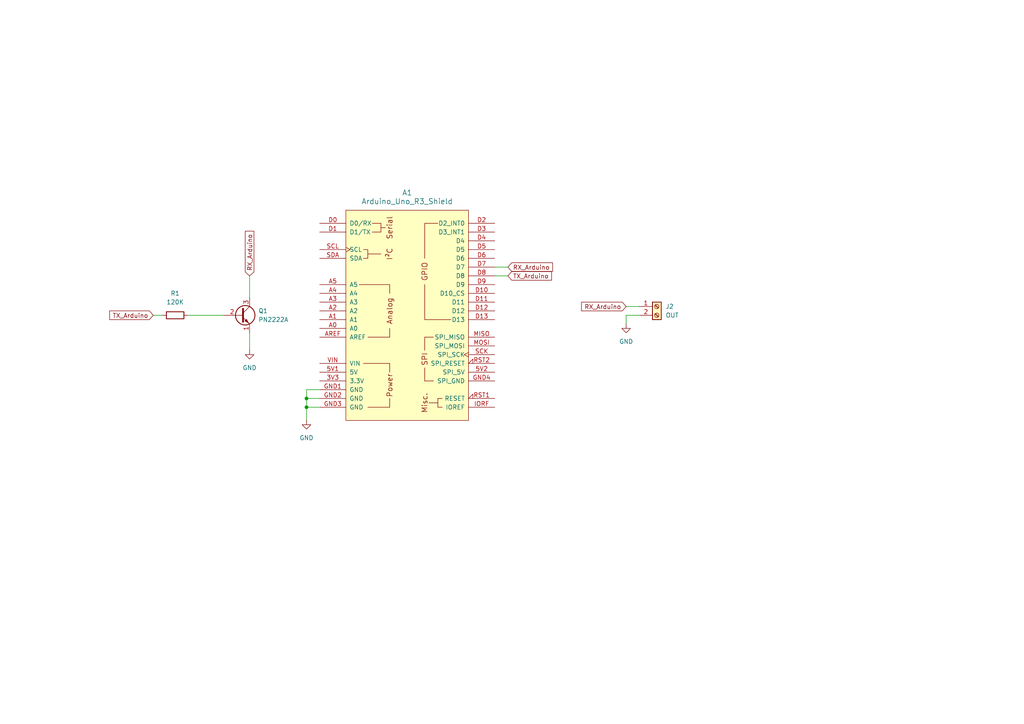
<source format=kicad_sch>
(kicad_sch (version 20231120) (generator "eeschema") (generator_version "8.0")
  (paper "A4")
  (lib_symbols
    (symbol "Connector:Screw_Terminal_01x02" (pin_names (offset 1.016) hide)
      (property "Reference" "J" (at 0 2.54 0))
      (property "Value" "Screw_Terminal_01x02" (at 0 -5.08 0))
      (symbol "Screw_Terminal_01x02_1_1"
        (rectangle (start -1.27 1.27) (end 1.27 -3.81) (stroke (width 0.254)) (fill (type background)))
        (circle (center 0 -2.54) (radius 0.635) (stroke (width 0.1524)))
        (polyline (pts (xy -0.5334 -2.2098) (xy 0.3302 -3.048)) (stroke (width 0.1524)))
        (polyline (pts (xy -0.5334 0.3302) (xy 0.3302 -0.508)) (stroke (width 0.1524)))
        (polyline (pts (xy -0.3556 -2.032) (xy 0.508 -2.8702)) (stroke (width 0.1524)))
        (polyline (pts (xy -0.3556 0.508) (xy 0.508 -0.3302)) (stroke (width 0.1524)))
        (circle (center 0 0) (radius 0.635) (stroke (width 0.1524)))
        (pin passive line (at -5.08 0 0) (length 3.81) (name "Pin_1") (number "1"))
        (pin passive line (at -5.08 -2.54 0) (length 3.81) (name "Pin_2") (number "2"))
      )
    )
    (symbol "Device:R" (pin_numbers hide) (pin_names (offset 0))
      (property "Reference" "R" (at 2.032 0 90))
      (property "Value" "R" (at 0 0 90))
      (symbol "R_0_1"
        (rectangle (start -1.016 -2.54) (end 1.016 2.54) (stroke (width 0.254)))
      )
      (symbol "R_1_1"
        (pin passive line (at 0 3.81 270) (length 1.27) (name "~") (number "1"))
        (pin passive line (at 0 -3.81 90) (length 1.27) (name "~") (number "2"))
      )
    )
    (symbol "PCM_arduino-library:Arduino_Uno_R3_Shield" (pin_names (offset 1.016))
      (property "Reference" "A" (at 0 36.83 0))
      (property "Value" "Arduino_Uno_R3_Shield" (at 0 33.02 0))
      (symbol "Arduino_Uno_R3_Shield_0_0"
        (rectangle (start -17.78 30.48) (end 17.78 -30.48) (fill (type background)))
        (rectangle (start -12.7 -13.97) (end -5.08 -13.97))
        (rectangle (start -11.43 -26.67) (end -5.08 -26.67))
        (polyline (pts (xy -11.43 17.78) (xy -7.62 17.78)))
        (polyline (pts (xy -7.62 25.4) (xy -6.35 25.4)))
        (polyline (pts (xy -5.08 -26.67) (xy -5.08 -24.13)))
        (polyline (pts (xy -5.08 -15.24) (xy -5.08 -16.51)))
        (polyline (pts (xy -5.08 -13.97) (xy -5.08 -15.24)))
        (polyline (pts (xy -5.08 -3.81) (xy -5.08 -6.35) (xy -11.43 -6.35)))
        (polyline (pts (xy -5.08 6.35) (xy -5.08 8.89) (xy -13.97 8.89)))
        (polyline (pts (xy 5.08 8.89) (xy 5.08 -1.27) (xy 12.7 -1.27)))
        (polyline (pts (xy 5.08 16.51) (xy 5.08 26.67) (xy 8.89 26.67)))
        (polyline (pts (xy -12.7 19.05) (xy -11.43 19.05) (xy -11.43 16.51) (xy -12.7 16.51)))
        (polyline (pts (xy -10.16 26.67) (xy -7.62 26.67) (xy -7.62 24.13) (xy -10.16 24.13)))
        (rectangle (start 5.08 -19.05) (end 5.08 -15.24))
        (rectangle (start 5.08 -19.05) (end 7.62 -19.05))
        (rectangle (start 5.08 -10.16) (end 5.08 -6.35))
        (rectangle (start 7.62 -6.35) (end 5.08 -6.35))
        (rectangle (start 8.89 -25.4) (end 6.35 -25.4))
        (rectangle (start 8.89 -24.13) (end 8.89 -26.67))
        (rectangle (start 10.16 -26.67) (end 8.89 -26.67))
        (rectangle (start 10.16 -24.13) (end 8.89 -24.13))
        (text "Analog" (at -5.08 1.27 900) (effects (font (size 1.524 1.524))))
        (text "I²C" (at -5.08 17.78 900) (effects (font (size 1.524 1.524))))
        (text "Misc." (at 5.08 -25.4 900) (effects (font (size 1.524 1.524))))
        (text "Power" (at -5.08 -20.32 900) (effects (font (size 1.524 1.524))))
        (text "Serial" (at -5.08 25.4 900) (effects (font (size 1.524 1.524))))
        (text "SPI" (at 5.08 -12.7 900) (effects (font (size 1.524 1.524))))
      )
      (symbol "Arduino_Uno_R3_Shield_1_0"
        (text "GPIO" (at 5.08 12.7 900) (effects (font (size 1.524 1.524))))
      )
      (symbol "Arduino_Uno_R3_Shield_1_1"
        (pin power_out line (at -25.4 -19.05 0) (length 7.62) (name "3.3V") (number "3V3"))
        (pin power_in line (at -25.4 -16.51 0) (length 7.62) (name "5V") (number "5V1"))
        (pin power_in line (at 25.4 -16.51 180) (length 7.62) (name "SPI_5V") (number "5V2"))
        (pin bidirectional line (at -25.4 -3.81 0) (length 7.62) (name "A0") (number "A0"))
        (pin bidirectional line (at -25.4 -1.27 0) (length 7.62) (name "A1") (number "A1"))
        (pin bidirectional line (at -25.4 1.27 0) (length 7.62) (name "A2") (number "A2"))
        (pin bidirectional line (at -25.4 3.81 0) (length 7.62) (name "A3") (number "A3"))
        (pin bidirectional line (at -25.4 6.35 0) (length 7.62) (name "A4") (number "A4"))
        (pin bidirectional line (at -25.4 8.89 0) (length 7.62) (name "A5") (number "A5"))
        (pin input line (at -25.4 -6.35 0) (length 7.62) (name "AREF") (number "AREF"))
        (pin bidirectional line (at -25.4 26.67 0) (length 7.62) (name "D0/RX") (number "D0"))
        (pin bidirectional line (at -25.4 24.13 0) (length 7.62) (name "D1/TX") (number "D1"))
        (pin bidirectional line (at 25.4 6.35 180) (length 7.62) (name "D10_CS") (number "D10"))
        (pin bidirectional line (at 25.4 3.81 180) (length 7.62) (name "D11") (number "D11"))
        (pin bidirectional line (at 25.4 1.27 180) (length 7.62) (name "D12") (number "D12"))
        (pin bidirectional line (at 25.4 -1.27 180) (length 7.62) (name "D13") (number "D13"))
        (pin bidirectional line (at 25.4 26.67 180) (length 7.62) (name "D2_INT0") (number "D2"))
        (pin bidirectional line (at 25.4 24.13 180) (length 7.62) (name "D3_INT1") (number "D3"))
        (pin bidirectional line (at 25.4 21.59 180) (length 7.62) (name "D4") (number "D4"))
        (pin bidirectional line (at 25.4 19.05 180) (length 7.62) (name "D5") (number "D5"))
        (pin bidirectional line (at 25.4 16.51 180) (length 7.62) (name "D6") (number "D6"))
        (pin bidirectional line (at 25.4 13.97 180) (length 7.62) (name "D7") (number "D7"))
        (pin bidirectional line (at 25.4 11.43 180) (length 7.62) (name "D8") (number "D8"))
        (pin bidirectional line (at 25.4 8.89 180) (length 7.62) (name "D9") (number "D9"))
        (pin power_in line (at -25.4 -21.59 0) (length 7.62) (name "GND") (number "GND1"))
        (pin power_in line (at -25.4 -24.13 0) (length 7.62) (name "GND") (number "GND2"))
        (pin power_in line (at -25.4 -26.67 0) (length 7.62) (name "GND") (number "GND3"))
        (pin power_in line (at 25.4 -19.05 180) (length 7.62) (name "SPI_GND") (number "GND4"))
        (pin output line (at 25.4 -26.67 180) (length 7.62) (name "IOREF") (number "IORF"))
        (pin input line (at 25.4 -6.35 180) (length 7.62) (name "SPI_MISO") (number "MISO"))
        (pin output line (at 25.4 -8.89 180) (length 7.62) (name "SPI_MOSI") (number "MOSI"))
        (pin open_collector input_low (at 25.4 -24.13 180) (length 7.62) (name "RESET") (number "RST1"))
        (pin open_collector input_low (at 25.4 -13.97 180) (length 7.62) (name "SPI_RESET") (number "RST2"))
        (pin output clock (at 25.4 -11.43 180) (length 7.62) (name "SPI_SCK") (number "SCK"))
        (pin bidirectional clock (at -25.4 19.05 0) (length 7.62) (name "SCL") (number "SCL"))
        (pin bidirectional line (at -25.4 16.51 0) (length 7.62) (name "SDA") (number "SDA"))
        (pin power_in line (at -25.4 -13.97 0) (length 7.62) (name "VIN") (number "VIN"))
      )
    )
    (symbol "Transistor_BJT:PN2222A" (pin_names (offset 0) hide)
      (property "Reference" "Q" (at 5.08 1.905 0))
      (property "Value" "PN2222A" (at 5.08 0 0))
      (symbol "PN2222A_0_1"
        (polyline (pts (xy 0 0) (xy 0.635 0)))
        (polyline (pts (xy 2.54 -2.54) (xy 0.635 -0.635)))
        (polyline (pts (xy 2.54 2.54) (xy 0.635 0.635)))
        (polyline (pts (xy 0.635 1.905) (xy 0.635 -1.905) (xy 0.635 -1.905)) (stroke (width 0.508)))
        (polyline (pts (xy 2.413 -2.413) (xy 1.905 -1.905) (xy 1.905 -1.905)))
        (polyline (pts (xy 1.143 -1.651) (xy 1.651 -1.143) (xy 2.159 -2.159) (xy 1.143 -1.651) (xy 1.143 -1.651)) (fill (type outline)))
        (circle (center 1.27 0) (radius 2.8194) (stroke (width 0.254)))
      )
      (symbol "PN2222A_1_1"
        (pin passive line (at 2.54 -5.08 90) (length 2.54) (name "E") (number "1"))
        (pin input line (at -5.08 0 0) (length 5.08) (name "B") (number "2"))
        (pin passive line (at 2.54 5.08 270) (length 2.54) (name "C") (number "3"))
      )
    )
    (symbol "power:GND" (power) (pin_numbers hide) (pin_names (offset 0) hide)
      (property "Value" "GND" (at 0 -3.81 0))
      (symbol "GND_0_1"
        (polyline (pts (xy 0 0) (xy 0 -1.27) (xy 1.27 -1.27) (xy 0 -2.54) (xy -1.27 -1.27) (xy 0 -1.27)))
      )
      (symbol "GND_1_1"
        (pin power_in line (at 0 0 270) (length 0) (name "~") (number "1"))
      )
    )
  )
  (junction (at 88.9 115.57))
  (junction (at 88.9 118.11))
  (wire (pts (xy 88.9 113.03) (xy 92.71 113.03)))
  (wire (pts (xy 181.61 93.98) (xy 181.61 91.44)))
  (wire (pts (xy 88.9 115.57) (xy 92.71 115.57)))
  (wire (pts (xy 72.39 80.01) (xy 72.39 86.36)))
  (wire (pts (xy 181.61 91.44) (xy 185.42 91.44)))
  (wire (pts (xy 54.61 91.44) (xy 64.77 91.44)))
  (wire (pts (xy 147.32 77.47) (xy 143.51 77.47)))
  (wire (pts (xy 181.61 88.9) (xy 185.42 88.9)))
  (wire (pts (xy 88.9 121.92) (xy 88.9 118.11)))
  (wire (pts (xy 147.32 80.01) (xy 143.51 80.01)))
  (wire (pts (xy 88.9 115.57) (xy 88.9 113.03)))
  (wire (pts (xy 88.9 118.11) (xy 88.9 115.57)))
  (wire (pts (xy 88.9 118.11) (xy 92.71 118.11)))
  (wire (pts (xy 72.39 96.52) (xy 72.39 101.6)))
  (wire (pts (xy 44.45 91.44) (xy 46.99 91.44)))
  (global_label "RX_Arduino" (shape input) (at 181.61 88.9 180) (property "Intersheetrefs" "${INTERSHEET_REFS}" (effects (hide yes))))
  (global_label "TX_Arduino" (shape input) (at 147.32 80.01 0) (property "Intersheetrefs" "${INTERSHEET_REFS}" (effects (hide yes))))
  (global_label "RX_Arduino" (shape input) (at 72.39 80.01 90) (property "Intersheetrefs" "${INTERSHEET_REFS}" (effects (hide yes))))
  (global_label "RX_Arduino" (shape input) (at 147.32 77.47 0) (property "Intersheetrefs" "${INTERSHEET_REFS}" (effects (hide yes))))
  (global_label "TX_Arduino" (shape input) (at 44.45 91.44 180) (property "Intersheetrefs" "${INTERSHEET_REFS}" (effects (hide yes))))
  (symbol (lib_id "power:GND") (at 72.39 101.6 0) (unit 1)
    (property "Reference" "#PWR01" (effects (hide yes)))
    (property "Value" "GND" (at 72.39 106.68 0))
    (property "Description" "Power symbol creates a global label with name \"GND\" , ground" (effects (hide yes)))
  )
  (symbol (lib_id "Connector:Screw_Terminal_01x02") (at 190.5 88.9 0) (unit 1)
    (property "Reference" "J2" (at 193.04 88.8999 0) (effects (justify left)))
    (property "Value" "OUT" (at 193.04 91.4399 0) (effects (justify left)))
    (property "Footprint" "TerminalBlock:TerminalBlock_Xinya_XY308-2.54-2P_1x02_P2.54mm_Horizontal" (effects (hide yes)))
    (property "Description" "Generic screw terminal, single row, 01x02, script generated (kicad-library-utils/schlib/autogen/connector/)" (effects (hide yes)))
  )
  (symbol (lib_id "Device:R") (at 50.8 91.44 90) (unit 1)
    (property "Reference" "R1" (at 50.8 85.09 90))
    (property "Value" "120K" (at 50.8 87.63 90))
    (property "Footprint" "Resistor_SMD:R_1206_3216Metric_Pad1.30x1.75mm_HandSolder" (effects (hide yes)))
    (property "Description" "Resistor" (effects (hide yes)))
  )
  (symbol (lib_id "Transistor_BJT:PN2222A") (at 69.85 91.44 0) (unit 1)
    (property "Reference" "Q1" (at 74.93 90.1699 0) (effects (justify left)))
    (property "Value" "PN2222A" (at 74.93 92.7099 0) (effects (justify left)))
    (property "Footprint" "Package_TO_SOT_THT:TO-92_Inline" (effects (hide yes)))
    (property "Datasheet" "https://www.onsemi.com/pub/Collateral/PN2222-D.PDF" (effects (hide yes)))
    (property "Description" "1A Ic, 40V Vce, NPN Transistor, General Purpose Transistor, TO-92" (effects (hide yes)))
  )
  (symbol (lib_id "power:GND") (at 88.9 121.92 0) (unit 1)
    (property "Reference" "#PWR03" (effects (hide yes)))
    (property "Value" "GND" (at 88.9 127 0))
    (property "Description" "Power symbol creates a global label with name \"GND\" , ground" (effects (hide yes)))
  )
  (symbol (lib_id "PCM_arduino-library:Arduino_Uno_R3_Shield") (at 118.11 91.44 0) (unit 1)
    (property "Reference" "A1" (at 118.11 55.88 0) (effects (font (size 1.524 1.524))))
    (property "Value" "Arduino_Uno_R3_Shield" (at 118.11 58.42 0) (effects (font (size 1.524 1.524))))
    (property "Footprint" "PCM_arduino-library:Arduino_Uno_R3_Shield" (effects (hide yes)))
    (property "Datasheet" "https://docs.arduino.cc/hardware/uno-rev3" (effects (hide yes)))
    (property "Description" "Shield for Arduino Uno R3" (effects (hide yes)))
  )
  (symbol (lib_id "power:GND") (at 181.61 93.98 0) (unit 1)
    (property "Reference" "#PWR02" (effects (hide yes)))
    (property "Value" "GND" (at 181.61 99.06 0))
    (property "Description" "Power symbol creates a global label with name \"GND\" , ground" (effects (hide yes)))
  )
)
</source>
